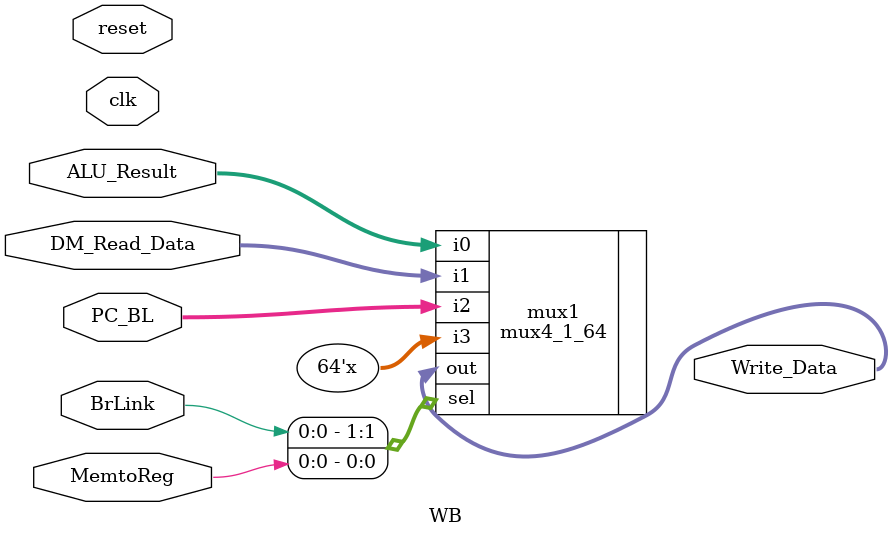
<source format=sv>
`timescale 1ps / 1ps
module WB (PC_BL, ALU_Result, DM_Read_Data, MemtoReg, BrLink, Write_Data, clk, reset);
					
	input logic MemtoReg, BrLink, reset, clk;
	input logic [63:0] PC_BL, DM_Read_Data, ALU_Result;
	
	output logic [63:0] Write_Data;

	//4:1 mux
	mux4_1_64 mux1(.i0(ALU_Result), .i1(DM_Read_Data), .i2(PC_BL), .i3(64'bx), .sel({BrLink, MemtoReg}), .out(Write_Data));
	
endmodule 

</source>
